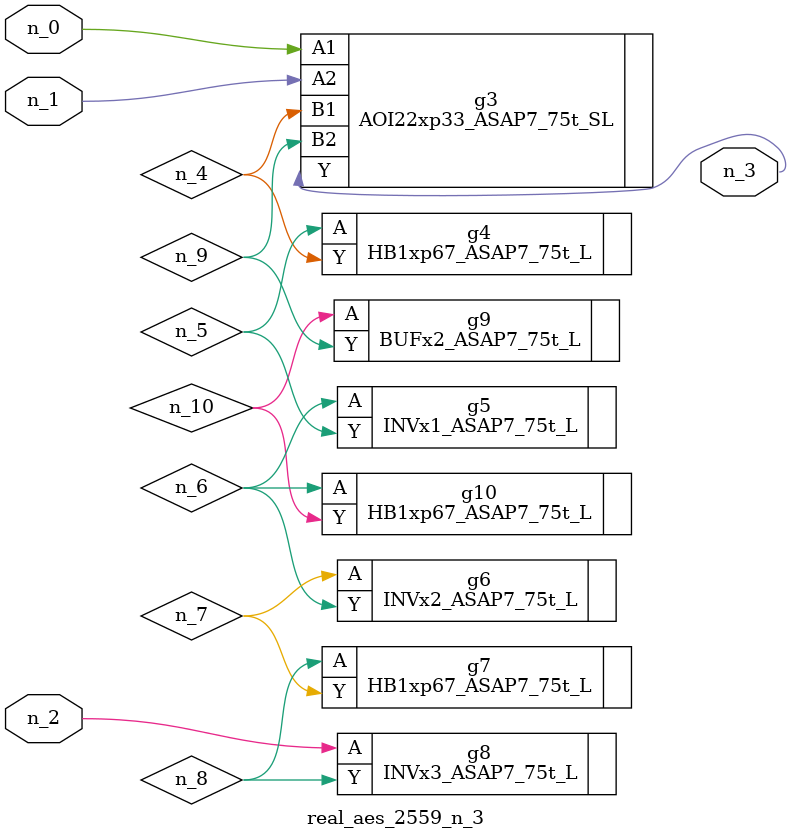
<source format=v>
module real_aes_2559_n_3 (n_0, n_2, n_1, n_3);
input n_0;
input n_2;
input n_1;
output n_3;
wire n_4;
wire n_5;
wire n_7;
wire n_9;
wire n_6;
wire n_8;
wire n_10;
AOI22xp33_ASAP7_75t_SL g3 ( .A1(n_0), .A2(n_1), .B1(n_4), .B2(n_9), .Y(n_3) );
INVx3_ASAP7_75t_L g8 ( .A(n_2), .Y(n_8) );
HB1xp67_ASAP7_75t_L g4 ( .A(n_5), .Y(n_4) );
INVx1_ASAP7_75t_L g5 ( .A(n_6), .Y(n_5) );
HB1xp67_ASAP7_75t_L g10 ( .A(n_6), .Y(n_10) );
INVx2_ASAP7_75t_L g6 ( .A(n_7), .Y(n_6) );
HB1xp67_ASAP7_75t_L g7 ( .A(n_8), .Y(n_7) );
BUFx2_ASAP7_75t_L g9 ( .A(n_10), .Y(n_9) );
endmodule
</source>
